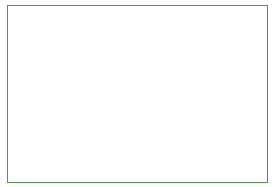
<source format=gbr>
%TF.GenerationSoftware,KiCad,Pcbnew,(6.0.7)*%
%TF.CreationDate,2022-10-05T07:55:04+03:00*%
%TF.ProjectId,Basic-150-MHz-Telemetry-Transmitter-SMD,42617369-632d-4313-9530-2d4d487a2d54,rev?*%
%TF.SameCoordinates,Original*%
%TF.FileFunction,Profile,NP*%
%FSLAX46Y46*%
G04 Gerber Fmt 4.6, Leading zero omitted, Abs format (unit mm)*
G04 Created by KiCad (PCBNEW (6.0.7)) date 2022-10-05 07:55:04*
%MOMM*%
%LPD*%
G01*
G04 APERTURE LIST*
%TA.AperFunction,Profile*%
%ADD10C,0.100000*%
%TD*%
G04 APERTURE END LIST*
D10*
X62000000Y-40000000D02*
X62000000Y-55000000D01*
X40000000Y-40000000D02*
X62000000Y-40000000D01*
X62000000Y-55000000D02*
X40000000Y-55000000D01*
X40000000Y-55000000D02*
X40000000Y-40000000D01*
M02*

</source>
